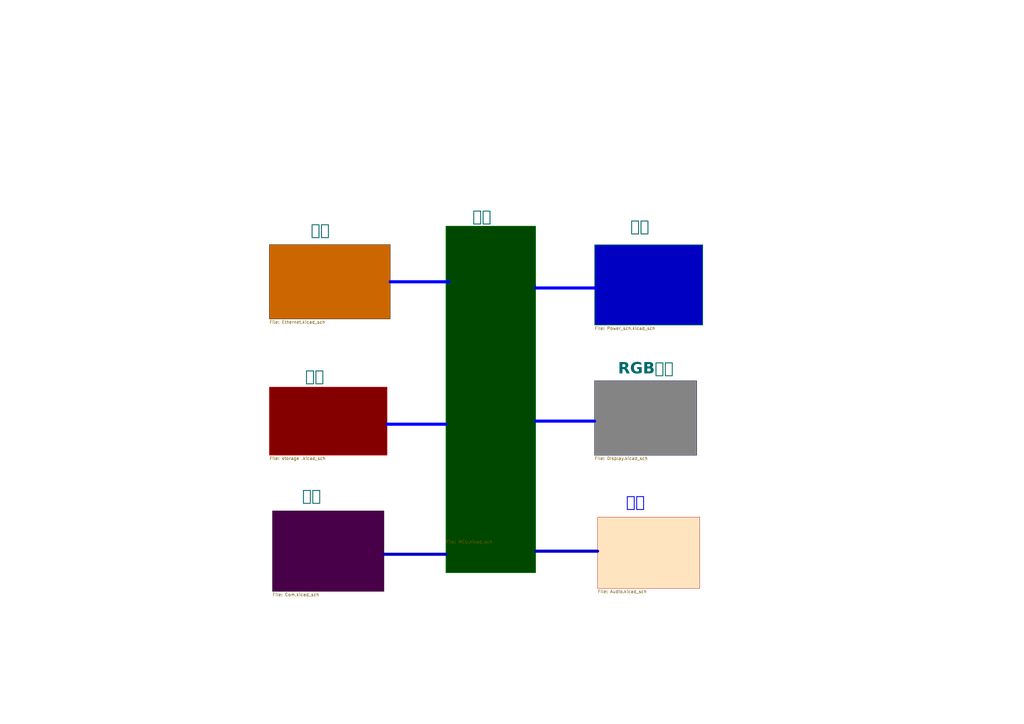
<source format=kicad_sch>
(kicad_sch
	(version 20250114)
	(generator "eeschema")
	(generator_version "9.0")
	(uuid "e171c078-83bd-425b-b2e8-f7cd75d52bed")
	(paper "A3")
	(title_block
		(title "嵌入式V3S开发板")
		(date "2025-02-21")
	)
	(lib_symbols)
	(polyline
		(pts
			(xy 182.88 173.99) (xy 158.75 173.99)
		)
		(stroke
			(width 1.27)
			(type default)
			(color 0 0 255 1)
		)
		(uuid "0f0a86fa-9d45-43ef-8add-fe3a9304108f")
	)
	(polyline
		(pts
			(xy 157.48 227.33) (xy 182.88 227.33)
		)
		(stroke
			(width 1.27)
			(type default)
		)
		(uuid "1431cb68-5480-4125-99f8-2de0899ad7bf")
	)
	(polyline
		(pts
			(xy 219.71 226.06) (xy 245.11 226.06)
		)
		(stroke
			(width 1.27)
			(type default)
		)
		(uuid "2375bd4e-a8cc-4749-94ef-d6329d2acc29")
	)
	(polyline
		(pts
			(xy 184.15 115.57) (xy 160.02 115.57)
		)
		(stroke
			(width 1.27)
			(type default)
			(color 0 0 255 1)
		)
		(uuid "5252f2f4-d023-41d7-a7dd-aaa61bf558c0")
	)
	(polyline
		(pts
			(xy 219.71 116.84) (xy 219.71 118.11)
		)
		(stroke
			(width 0)
			(type default)
		)
		(uuid "8f6f6960-360c-46df-9dc0-91d6cb021202")
	)
	(polyline
		(pts
			(xy 243.84 172.72) (xy 219.71 172.72)
		)
		(stroke
			(width 1.27)
			(type default)
			(color 0 0 255 1)
		)
		(uuid "bb1e5f92-7b0d-4706-b52e-34c60677eb3a")
	)
	(polyline
		(pts
			(xy 243.84 118.11) (xy 219.71 118.11)
		)
		(stroke
			(width 1.27)
			(type default)
			(color 0 0 255 1)
		)
		(uuid "e1eaa82f-9bcc-4505-8d3d-824f48c8098c")
	)
	(sheet
		(at 243.84 100.33)
		(size 44.45 33.02)
		(exclude_from_sim no)
		(in_bom yes)
		(on_board yes)
		(dnp no)
		(stroke
			(width 0.1524)
			(type solid)
			(color 0 194 0 1)
		)
		(fill
			(color 0 0 194 1.0000)
		)
		(uuid "1438734a-8b49-4271-9715-3246df660f68")
		(property "Sheetname" "电源"
			(at 258.572 95.758 0)
			(effects
				(font
					(face "微软雅黑")
					(size 4.572 4.572)
					(thickness 0.9144)
					(bold yes)
				)
				(justify left bottom)
			)
		)
		(property "Sheetfile" "Power_sch.kicad_sch"
			(at 243.84 133.9346 0)
			(effects
				(font
					(size 1.27 1.27)
				)
				(justify left top)
			)
		)
		(instances
			(project "myLinuxBoard"
				(path "/e171c078-83bd-425b-b2e8-f7cd75d52bed"
					(page "3")
				)
			)
		)
	)
	(sheet
		(at 245.11 212.09)
		(size 41.91 29.21)
		(exclude_from_sim no)
		(in_bom yes)
		(on_board yes)
		(dnp no)
		(stroke
			(width 0.1524)
			(type solid)
			(color 194 0 0 1)
		)
		(fill
			(color 255 229 191 1.0000)
		)
		(uuid "1b221934-a175-4234-9af2-231e7f780413")
		(property "Sheetname" "音频"
			(at 256.794 208.788 0)
			(effects
				(font
					(face "微软雅黑")
					(size 4.572 4.572)
					(bold yes)
					(color 0 0 255 1)
				)
				(justify left bottom)
			)
		)
		(property "Sheetfile" "Audio.kicad_sch"
			(at 245.11 241.8846 0)
			(effects
				(font
					(size 1.27 1.27)
				)
				(justify left top)
			)
		)
		(instances
			(project "myLinuxBoard"
				(path "/e171c078-83bd-425b-b2e8-f7cd75d52bed"
					(page "8")
				)
			)
		)
	)
	(sheet
		(at 110.49 100.33)
		(size 49.53 30.48)
		(exclude_from_sim no)
		(in_bom yes)
		(on_board yes)
		(dnp no)
		(stroke
			(width 0.1524)
			(type solid)
			(color 0 0 0 1)
		)
		(fill
			(color 204 102 0 1.0000)
		)
		(uuid "5cb0d8cc-5d1d-402c-885f-2542a1a2f0e6")
		(property "Sheetname" "网口"
			(at 127.508 97.282 0)
			(effects
				(font
					(face "微软雅黑")
					(size 4.572 4.572)
					(bold yes)
				)
				(justify left bottom)
			)
		)
		(property "Sheetfile" "Ethernet.kicad_sch"
			(at 110.49 131.3946 0)
			(effects
				(font
					(size 1.27 1.27)
				)
				(justify left top)
			)
		)
		(instances
			(project "myLinuxBoard"
				(path "/e171c078-83bd-425b-b2e8-f7cd75d52bed"
					(page "5")
				)
			)
		)
	)
	(sheet
		(at 243.84 156.21)
		(size 41.91 30.48)
		(exclude_from_sim no)
		(in_bom yes)
		(on_board yes)
		(dnp no)
		(stroke
			(width 0.1524)
			(type solid)
			(color 0 0 72 1)
		)
		(fill
			(color 132 132 132 1.0000)
		)
		(uuid "96087d05-830b-4291-bb79-79ecfa65573e")
		(property "Sheetname" "RGB屏幕"
			(at 253.492 153.924 0)
			(effects
				(font
					(face "微软雅黑")
					(size 4.572 4.572)
					(bold yes)
				)
				(justify left bottom)
			)
		)
		(property "Sheetfile" "Display.kicad_sch"
			(at 243.84 187.2746 0)
			(effects
				(font
					(size 1.27 1.27)
				)
				(justify left top)
			)
		)
		(instances
			(project "myLinuxBoard"
				(path "/e171c078-83bd-425b-b2e8-f7cd75d52bed"
					(page "4")
				)
			)
		)
	)
	(sheet
		(at 110.49 158.75)
		(size 48.26 27.94)
		(exclude_from_sim no)
		(in_bom yes)
		(on_board yes)
		(dnp no)
		(stroke
			(width 0.1524)
			(type solid)
			(color 194 0 0 1)
		)
		(fill
			(color 132 0 0 1.0000)
		)
		(uuid "a471b1a2-6153-4f51-8850-6b912fdf34a0")
		(property "Sheetname" "存储"
			(at 125.222 157.226 0)
			(effects
				(font
					(face "微软雅黑")
					(size 4.572 4.572)
					(bold yes)
				)
				(justify left bottom)
			)
		)
		(property "Sheetfile" "storage .kicad_sch"
			(at 110.49 187.2746 0)
			(effects
				(font
					(size 1.27 1.27)
				)
				(justify left top)
			)
		)
		(instances
			(project "myLinuxBoard"
				(path "/e171c078-83bd-425b-b2e8-f7cd75d52bed"
					(page "6")
				)
			)
		)
	)
	(sheet
		(at 182.88 92.71)
		(size 36.83 142.24)
		(exclude_from_sim no)
		(in_bom yes)
		(on_board yes)
		(dnp no)
		(stroke
			(width 0.1524)
			(type solid)
			(color 0 132 0 1)
		)
		(fill
			(color 0 72 0 1.0000)
		)
		(uuid "aaaf3f24-1f7c-48e4-abd7-3efcb84c2d78")
		(property "Sheetname" "主控"
			(at 193.802 91.694 0)
			(effects
				(font
					(face "微软雅黑")
					(size 4.572 4.572)
					(thickness 0.9144)
					(bold yes)
				)
				(justify left bottom)
			)
		)
		(property "Sheetfile" "MCU.kicad_sch"
			(at 182.88 221.488 0)
			(effects
				(font
					(size 1.27 1.27)
				)
				(justify left top)
			)
		)
		(instances
			(project "myLinuxBoard"
				(path "/e171c078-83bd-425b-b2e8-f7cd75d52bed"
					(page "2")
				)
			)
		)
	)
	(sheet
		(at 111.76 209.55)
		(size 45.72 33.02)
		(exclude_from_sim no)
		(in_bom yes)
		(on_board yes)
		(dnp no)
		(stroke
			(width 0.1524)
			(type solid)
			(color 0 0 0 1)
		)
		(fill
			(color 72 0 72 1.0000)
		)
		(uuid "bd45533a-bb41-4498-93a2-e6a98ad47a53")
		(property "Sheetname" "通讯"
			(at 123.952 206.248 0)
			(effects
				(font
					(face "微软雅黑")
					(size 4.572 4.572)
					(bold yes)
				)
				(justify left bottom)
			)
		)
		(property "Sheetfile" "Com.kicad_sch"
			(at 111.76 243.1546 0)
			(effects
				(font
					(size 1.27 1.27)
				)
				(justify left top)
			)
		)
		(instances
			(project "myLinuxBoard"
				(path "/e171c078-83bd-425b-b2e8-f7cd75d52bed"
					(page "7")
				)
			)
		)
	)
	(sheet_instances
		(path "/"
			(page "1")
		)
	)
	(embedded_fonts no)
)

</source>
